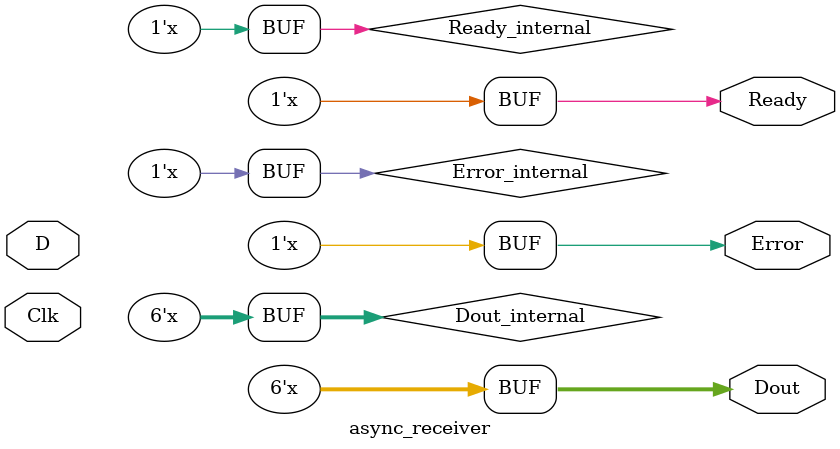
<source format=v>
module async_receiver(Clk, D, Dout, Ready, Error);
parameter start_bit = 0;
parameter data_bits = 6;
parameter parity_bit = 6;
parameter stop_bit = 7;

input Clk, D;
output Ready, Error;
output [data_bits-1:0] Dout;

reg [data_bits-1:0] Dout_internal = 0;
reg Ready_internal = 1;
reg Error_internal = 0;
reg [3:0] counter = 0;
reg odd = 0;

assign Dout = Dout_internal;
assign Ready = Ready_internal;
assign Error = Error_internal;

always @(Clk)
begin
	if(Clk)
		case(counter)
		start_bit: begin
			if(~D)
			begin
				Ready_internal = 0;
				Error_internal = 0;
				odd = 0;
				counter = counter + 1;
			end
		end
		parity_bit: begin
			Error_internal = ~odd != D;
			counter = counter + 1;
		end
		stop_bit: begin
			Error_internal = Error_internal | D;
			Ready_internal = 1;
			counter = counter + 1;
		end
		default: begin
			if(D)
				Dout_internal = Dout_internal | (1 << (counter - 1));
			else
				Dout_internal = Dout_internal & ~(1 << (counter - 1));
			odd = odd ^ D;
			counter = counter + 1;
		end
		endcase
		
		if(Clk)
			if(counter == stop_bit + 1)
				counter = 0;
end
endmodule
</source>
